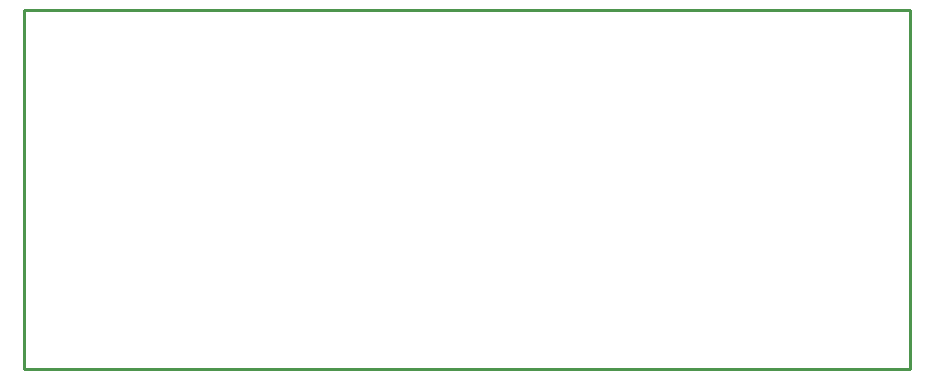
<source format=gm1>
G04*
G04 #@! TF.GenerationSoftware,Altium Limited,Altium Designer,20.1.12 (249)*
G04*
G04 Layer_Color=16711935*
%FSLAX25Y25*%
%MOIN*%
G70*
G04*
G04 #@! TF.SameCoordinates,D57ADFAC-2A33-4F97-B865-62DE6D2BA241*
G04*
G04*
G04 #@! TF.FilePolarity,Positive*
G04*
G01*
G75*
%ADD10C,0.00984*%
D10*
X0Y0D02*
Y119685D01*
X295276D01*
Y0D02*
Y119685D01*
X0Y0D02*
X295276D01*
M02*

</source>
